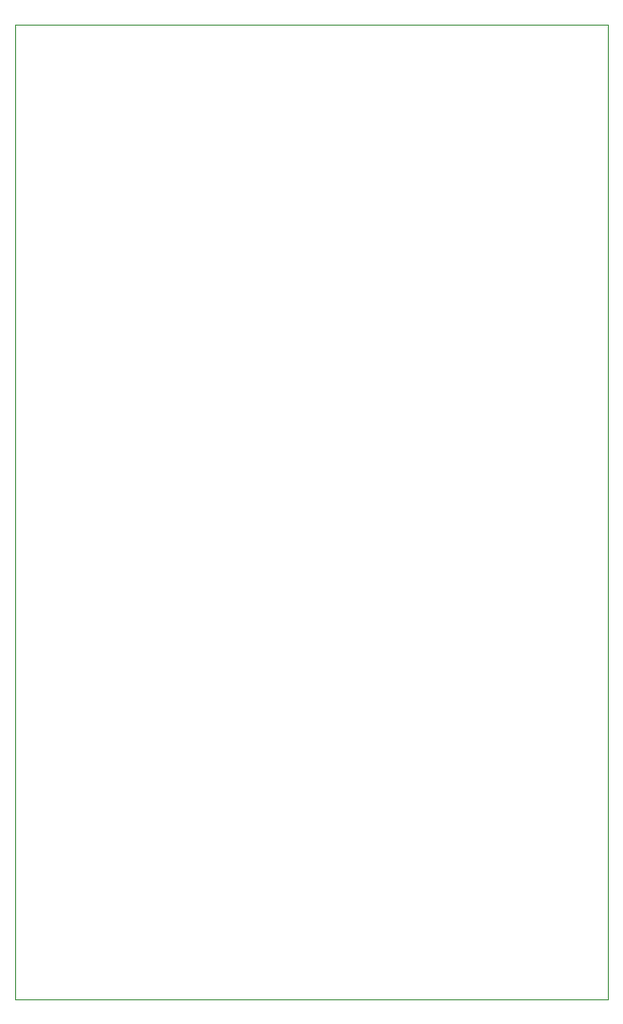
<source format=gm1>
G04 #@! TF.GenerationSoftware,KiCad,Pcbnew,7.0.1*
G04 #@! TF.CreationDate,2023-04-21T09:31:29-07:00*
G04 #@! TF.ProjectId,xt60_array,78743630-5f61-4727-9261-792e6b696361,rev?*
G04 #@! TF.SameCoordinates,Original*
G04 #@! TF.FileFunction,Profile,NP*
%FSLAX46Y46*%
G04 Gerber Fmt 4.6, Leading zero omitted, Abs format (unit mm)*
G04 Created by KiCad (PCBNEW 7.0.1) date 2023-04-21 09:31:29*
%MOMM*%
%LPD*%
G01*
G04 APERTURE LIST*
G04 #@! TA.AperFunction,Profile*
%ADD10C,0.100000*%
G04 #@! TD*
G04 APERTURE END LIST*
D10*
X142000000Y-53000000D02*
X195000000Y-53000000D01*
X195000000Y-140000000D01*
X142000000Y-140000000D01*
X142000000Y-53000000D01*
M02*

</source>
